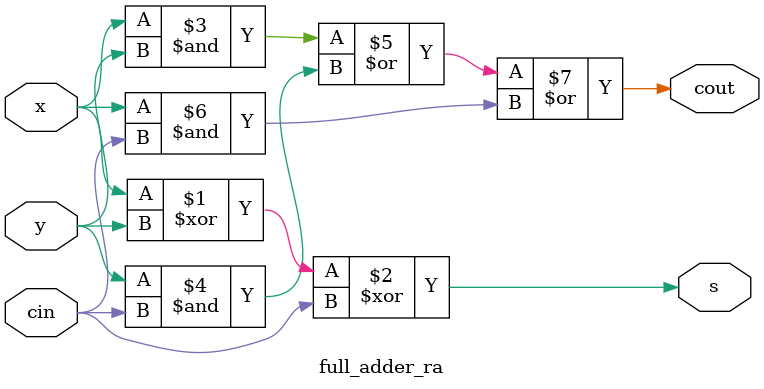
<source format=sv>
module ripple_adder
(
	input  [15:0] A, B,
	input         cin,
	output [15:0] S,
	output        cout
);

    /* TODO
     *
     * Insert code here to implement a ripple adder.
     * Your code should be completly combinational (don't use always_ff or always_latch).
     * Feel free to create sub-modules or other files. */
	  
	logic c0, c1, c2;
	
	four_bit_ra FA0(.x(A[3 : 0]), .y(B[3 : 0]), .cin(cin), .s(S[3 : 0]), .cout(c0));
	four_bit_ra FA1(.x(A[7 : 4]), .y(B[7 : 4]), .cin(c0 ), .s(S[7 : 4]), .cout(c1));
	four_bit_ra FA2(.x(A[11: 8]), .y(B[11: 8]), .cin(c1 ), .s(S[11: 8]), .cout(c2));
	four_bit_ra FA3(.x(A[15:12]), .y(B[15:12]), .cin(c2 ), .s(S[15:12]), .cout(cout));
     
endmodule

module four_bit_ra
(
	input 	[3:0] x, y,
	input 			cin,
	output 	[3:0] s,
	output 			cout
);

	logic c0, c1, c2;
	
	full_adder_ra fa0(.x(x[0]), .y(y[0]), .cin(cin), .s(s[0]), .cout(c0));
	full_adder_ra fa1(.x(x[1]), .y(y[1]), .cin(c0 ), .s(s[1]), .cout(c1));
	full_adder_ra fa2(.x(x[2]), .y(y[2]), .cin(c1 ), .s(s[2]), .cout(c2));
	full_adder_ra fa3(.x(x[3]), .y(y[3]), .cin(c2 ), .s(s[3]), .cout(cout));

endmodule

module full_adder_ra
(
	input 	x, y, cin,
	output 	s, cout
);

	assign s 	= x ^ y ^ cin;
	assign cout = (x & y) | (y & cin) | (x & cin);
	
endmodule

</source>
